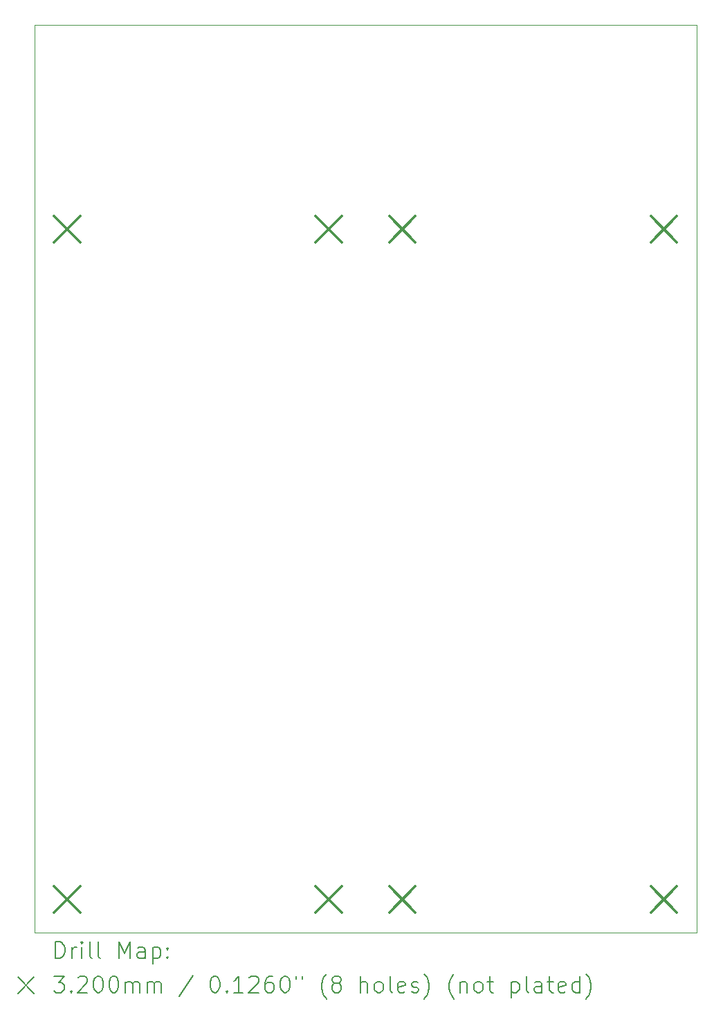
<source format=gbr>
%TF.GenerationSoftware,KiCad,Pcbnew,8.0.2-1*%
%TF.CreationDate,2024-06-17T10:00:29+02:00*%
%TF.ProjectId,7555,37353535-2e6b-4696-9361-645f70636258,rev?*%
%TF.SameCoordinates,Original*%
%TF.FileFunction,Drillmap*%
%TF.FilePolarity,Positive*%
%FSLAX45Y45*%
G04 Gerber Fmt 4.5, Leading zero omitted, Abs format (unit mm)*
G04 Created by KiCad (PCBNEW 8.0.2-1) date 2024-06-17 10:00:29*
%MOMM*%
%LPD*%
G01*
G04 APERTURE LIST*
%ADD10C,0.100000*%
%ADD11C,0.200000*%
%ADD12C,0.320000*%
G04 APERTURE END LIST*
D10*
X5000000Y-5000000D02*
X13100000Y-5000000D01*
X13100000Y-16100000D01*
X5000000Y-16100000D01*
X5000000Y-5000000D01*
D11*
D12*
X5240000Y-7340000D02*
X5560000Y-7660000D01*
X5560000Y-7340000D02*
X5240000Y-7660000D01*
X5240000Y-15540000D02*
X5560000Y-15860000D01*
X5560000Y-15540000D02*
X5240000Y-15860000D01*
X8440000Y-7340000D02*
X8760000Y-7660000D01*
X8760000Y-7340000D02*
X8440000Y-7660000D01*
X8440000Y-15540000D02*
X8760000Y-15860000D01*
X8760000Y-15540000D02*
X8440000Y-15860000D01*
X9340000Y-7340000D02*
X9660000Y-7660000D01*
X9660000Y-7340000D02*
X9340000Y-7660000D01*
X9340000Y-15540000D02*
X9660000Y-15860000D01*
X9660000Y-15540000D02*
X9340000Y-15860000D01*
X12540000Y-7340000D02*
X12860000Y-7660000D01*
X12860000Y-7340000D02*
X12540000Y-7660000D01*
X12540000Y-15540000D02*
X12860000Y-15860000D01*
X12860000Y-15540000D02*
X12540000Y-15860000D01*
D11*
X5255777Y-16416484D02*
X5255777Y-16216484D01*
X5255777Y-16216484D02*
X5303396Y-16216484D01*
X5303396Y-16216484D02*
X5331967Y-16226008D01*
X5331967Y-16226008D02*
X5351015Y-16245055D01*
X5351015Y-16245055D02*
X5360539Y-16264103D01*
X5360539Y-16264103D02*
X5370063Y-16302198D01*
X5370063Y-16302198D02*
X5370063Y-16330769D01*
X5370063Y-16330769D02*
X5360539Y-16368865D01*
X5360539Y-16368865D02*
X5351015Y-16387912D01*
X5351015Y-16387912D02*
X5331967Y-16406960D01*
X5331967Y-16406960D02*
X5303396Y-16416484D01*
X5303396Y-16416484D02*
X5255777Y-16416484D01*
X5455777Y-16416484D02*
X5455777Y-16283150D01*
X5455777Y-16321246D02*
X5465301Y-16302198D01*
X5465301Y-16302198D02*
X5474824Y-16292674D01*
X5474824Y-16292674D02*
X5493872Y-16283150D01*
X5493872Y-16283150D02*
X5512920Y-16283150D01*
X5579586Y-16416484D02*
X5579586Y-16283150D01*
X5579586Y-16216484D02*
X5570063Y-16226008D01*
X5570063Y-16226008D02*
X5579586Y-16235531D01*
X5579586Y-16235531D02*
X5589110Y-16226008D01*
X5589110Y-16226008D02*
X5579586Y-16216484D01*
X5579586Y-16216484D02*
X5579586Y-16235531D01*
X5703396Y-16416484D02*
X5684348Y-16406960D01*
X5684348Y-16406960D02*
X5674824Y-16387912D01*
X5674824Y-16387912D02*
X5674824Y-16216484D01*
X5808158Y-16416484D02*
X5789110Y-16406960D01*
X5789110Y-16406960D02*
X5779586Y-16387912D01*
X5779586Y-16387912D02*
X5779586Y-16216484D01*
X6036729Y-16416484D02*
X6036729Y-16216484D01*
X6036729Y-16216484D02*
X6103396Y-16359341D01*
X6103396Y-16359341D02*
X6170062Y-16216484D01*
X6170062Y-16216484D02*
X6170062Y-16416484D01*
X6351015Y-16416484D02*
X6351015Y-16311722D01*
X6351015Y-16311722D02*
X6341491Y-16292674D01*
X6341491Y-16292674D02*
X6322443Y-16283150D01*
X6322443Y-16283150D02*
X6284348Y-16283150D01*
X6284348Y-16283150D02*
X6265301Y-16292674D01*
X6351015Y-16406960D02*
X6331967Y-16416484D01*
X6331967Y-16416484D02*
X6284348Y-16416484D01*
X6284348Y-16416484D02*
X6265301Y-16406960D01*
X6265301Y-16406960D02*
X6255777Y-16387912D01*
X6255777Y-16387912D02*
X6255777Y-16368865D01*
X6255777Y-16368865D02*
X6265301Y-16349817D01*
X6265301Y-16349817D02*
X6284348Y-16340293D01*
X6284348Y-16340293D02*
X6331967Y-16340293D01*
X6331967Y-16340293D02*
X6351015Y-16330769D01*
X6446253Y-16283150D02*
X6446253Y-16483150D01*
X6446253Y-16292674D02*
X6465301Y-16283150D01*
X6465301Y-16283150D02*
X6503396Y-16283150D01*
X6503396Y-16283150D02*
X6522443Y-16292674D01*
X6522443Y-16292674D02*
X6531967Y-16302198D01*
X6531967Y-16302198D02*
X6541491Y-16321246D01*
X6541491Y-16321246D02*
X6541491Y-16378388D01*
X6541491Y-16378388D02*
X6531967Y-16397436D01*
X6531967Y-16397436D02*
X6522443Y-16406960D01*
X6522443Y-16406960D02*
X6503396Y-16416484D01*
X6503396Y-16416484D02*
X6465301Y-16416484D01*
X6465301Y-16416484D02*
X6446253Y-16406960D01*
X6627205Y-16397436D02*
X6636729Y-16406960D01*
X6636729Y-16406960D02*
X6627205Y-16416484D01*
X6627205Y-16416484D02*
X6617682Y-16406960D01*
X6617682Y-16406960D02*
X6627205Y-16397436D01*
X6627205Y-16397436D02*
X6627205Y-16416484D01*
X6627205Y-16292674D02*
X6636729Y-16302198D01*
X6636729Y-16302198D02*
X6627205Y-16311722D01*
X6627205Y-16311722D02*
X6617682Y-16302198D01*
X6617682Y-16302198D02*
X6627205Y-16292674D01*
X6627205Y-16292674D02*
X6627205Y-16311722D01*
X4795000Y-16645000D02*
X4995000Y-16845000D01*
X4995000Y-16645000D02*
X4795000Y-16845000D01*
X5236729Y-16636484D02*
X5360539Y-16636484D01*
X5360539Y-16636484D02*
X5293872Y-16712674D01*
X5293872Y-16712674D02*
X5322444Y-16712674D01*
X5322444Y-16712674D02*
X5341491Y-16722198D01*
X5341491Y-16722198D02*
X5351015Y-16731722D01*
X5351015Y-16731722D02*
X5360539Y-16750769D01*
X5360539Y-16750769D02*
X5360539Y-16798389D01*
X5360539Y-16798389D02*
X5351015Y-16817436D01*
X5351015Y-16817436D02*
X5341491Y-16826960D01*
X5341491Y-16826960D02*
X5322444Y-16836484D01*
X5322444Y-16836484D02*
X5265301Y-16836484D01*
X5265301Y-16836484D02*
X5246253Y-16826960D01*
X5246253Y-16826960D02*
X5236729Y-16817436D01*
X5446253Y-16817436D02*
X5455777Y-16826960D01*
X5455777Y-16826960D02*
X5446253Y-16836484D01*
X5446253Y-16836484D02*
X5436729Y-16826960D01*
X5436729Y-16826960D02*
X5446253Y-16817436D01*
X5446253Y-16817436D02*
X5446253Y-16836484D01*
X5531967Y-16655531D02*
X5541491Y-16646008D01*
X5541491Y-16646008D02*
X5560539Y-16636484D01*
X5560539Y-16636484D02*
X5608158Y-16636484D01*
X5608158Y-16636484D02*
X5627205Y-16646008D01*
X5627205Y-16646008D02*
X5636729Y-16655531D01*
X5636729Y-16655531D02*
X5646253Y-16674579D01*
X5646253Y-16674579D02*
X5646253Y-16693627D01*
X5646253Y-16693627D02*
X5636729Y-16722198D01*
X5636729Y-16722198D02*
X5522444Y-16836484D01*
X5522444Y-16836484D02*
X5646253Y-16836484D01*
X5770062Y-16636484D02*
X5789110Y-16636484D01*
X5789110Y-16636484D02*
X5808158Y-16646008D01*
X5808158Y-16646008D02*
X5817682Y-16655531D01*
X5817682Y-16655531D02*
X5827205Y-16674579D01*
X5827205Y-16674579D02*
X5836729Y-16712674D01*
X5836729Y-16712674D02*
X5836729Y-16760293D01*
X5836729Y-16760293D02*
X5827205Y-16798389D01*
X5827205Y-16798389D02*
X5817682Y-16817436D01*
X5817682Y-16817436D02*
X5808158Y-16826960D01*
X5808158Y-16826960D02*
X5789110Y-16836484D01*
X5789110Y-16836484D02*
X5770062Y-16836484D01*
X5770062Y-16836484D02*
X5751015Y-16826960D01*
X5751015Y-16826960D02*
X5741491Y-16817436D01*
X5741491Y-16817436D02*
X5731967Y-16798389D01*
X5731967Y-16798389D02*
X5722443Y-16760293D01*
X5722443Y-16760293D02*
X5722443Y-16712674D01*
X5722443Y-16712674D02*
X5731967Y-16674579D01*
X5731967Y-16674579D02*
X5741491Y-16655531D01*
X5741491Y-16655531D02*
X5751015Y-16646008D01*
X5751015Y-16646008D02*
X5770062Y-16636484D01*
X5960539Y-16636484D02*
X5979586Y-16636484D01*
X5979586Y-16636484D02*
X5998634Y-16646008D01*
X5998634Y-16646008D02*
X6008158Y-16655531D01*
X6008158Y-16655531D02*
X6017682Y-16674579D01*
X6017682Y-16674579D02*
X6027205Y-16712674D01*
X6027205Y-16712674D02*
X6027205Y-16760293D01*
X6027205Y-16760293D02*
X6017682Y-16798389D01*
X6017682Y-16798389D02*
X6008158Y-16817436D01*
X6008158Y-16817436D02*
X5998634Y-16826960D01*
X5998634Y-16826960D02*
X5979586Y-16836484D01*
X5979586Y-16836484D02*
X5960539Y-16836484D01*
X5960539Y-16836484D02*
X5941491Y-16826960D01*
X5941491Y-16826960D02*
X5931967Y-16817436D01*
X5931967Y-16817436D02*
X5922443Y-16798389D01*
X5922443Y-16798389D02*
X5912920Y-16760293D01*
X5912920Y-16760293D02*
X5912920Y-16712674D01*
X5912920Y-16712674D02*
X5922443Y-16674579D01*
X5922443Y-16674579D02*
X5931967Y-16655531D01*
X5931967Y-16655531D02*
X5941491Y-16646008D01*
X5941491Y-16646008D02*
X5960539Y-16636484D01*
X6112920Y-16836484D02*
X6112920Y-16703150D01*
X6112920Y-16722198D02*
X6122443Y-16712674D01*
X6122443Y-16712674D02*
X6141491Y-16703150D01*
X6141491Y-16703150D02*
X6170063Y-16703150D01*
X6170063Y-16703150D02*
X6189110Y-16712674D01*
X6189110Y-16712674D02*
X6198634Y-16731722D01*
X6198634Y-16731722D02*
X6198634Y-16836484D01*
X6198634Y-16731722D02*
X6208158Y-16712674D01*
X6208158Y-16712674D02*
X6227205Y-16703150D01*
X6227205Y-16703150D02*
X6255777Y-16703150D01*
X6255777Y-16703150D02*
X6274824Y-16712674D01*
X6274824Y-16712674D02*
X6284348Y-16731722D01*
X6284348Y-16731722D02*
X6284348Y-16836484D01*
X6379586Y-16836484D02*
X6379586Y-16703150D01*
X6379586Y-16722198D02*
X6389110Y-16712674D01*
X6389110Y-16712674D02*
X6408158Y-16703150D01*
X6408158Y-16703150D02*
X6436729Y-16703150D01*
X6436729Y-16703150D02*
X6455777Y-16712674D01*
X6455777Y-16712674D02*
X6465301Y-16731722D01*
X6465301Y-16731722D02*
X6465301Y-16836484D01*
X6465301Y-16731722D02*
X6474824Y-16712674D01*
X6474824Y-16712674D02*
X6493872Y-16703150D01*
X6493872Y-16703150D02*
X6522443Y-16703150D01*
X6522443Y-16703150D02*
X6541491Y-16712674D01*
X6541491Y-16712674D02*
X6551015Y-16731722D01*
X6551015Y-16731722D02*
X6551015Y-16836484D01*
X6941491Y-16626960D02*
X6770063Y-16884103D01*
X7198634Y-16636484D02*
X7217682Y-16636484D01*
X7217682Y-16636484D02*
X7236729Y-16646008D01*
X7236729Y-16646008D02*
X7246253Y-16655531D01*
X7246253Y-16655531D02*
X7255777Y-16674579D01*
X7255777Y-16674579D02*
X7265301Y-16712674D01*
X7265301Y-16712674D02*
X7265301Y-16760293D01*
X7265301Y-16760293D02*
X7255777Y-16798389D01*
X7255777Y-16798389D02*
X7246253Y-16817436D01*
X7246253Y-16817436D02*
X7236729Y-16826960D01*
X7236729Y-16826960D02*
X7217682Y-16836484D01*
X7217682Y-16836484D02*
X7198634Y-16836484D01*
X7198634Y-16836484D02*
X7179586Y-16826960D01*
X7179586Y-16826960D02*
X7170063Y-16817436D01*
X7170063Y-16817436D02*
X7160539Y-16798389D01*
X7160539Y-16798389D02*
X7151015Y-16760293D01*
X7151015Y-16760293D02*
X7151015Y-16712674D01*
X7151015Y-16712674D02*
X7160539Y-16674579D01*
X7160539Y-16674579D02*
X7170063Y-16655531D01*
X7170063Y-16655531D02*
X7179586Y-16646008D01*
X7179586Y-16646008D02*
X7198634Y-16636484D01*
X7351015Y-16817436D02*
X7360539Y-16826960D01*
X7360539Y-16826960D02*
X7351015Y-16836484D01*
X7351015Y-16836484D02*
X7341491Y-16826960D01*
X7341491Y-16826960D02*
X7351015Y-16817436D01*
X7351015Y-16817436D02*
X7351015Y-16836484D01*
X7551015Y-16836484D02*
X7436729Y-16836484D01*
X7493872Y-16836484D02*
X7493872Y-16636484D01*
X7493872Y-16636484D02*
X7474825Y-16665055D01*
X7474825Y-16665055D02*
X7455777Y-16684103D01*
X7455777Y-16684103D02*
X7436729Y-16693627D01*
X7627206Y-16655531D02*
X7636729Y-16646008D01*
X7636729Y-16646008D02*
X7655777Y-16636484D01*
X7655777Y-16636484D02*
X7703396Y-16636484D01*
X7703396Y-16636484D02*
X7722444Y-16646008D01*
X7722444Y-16646008D02*
X7731967Y-16655531D01*
X7731967Y-16655531D02*
X7741491Y-16674579D01*
X7741491Y-16674579D02*
X7741491Y-16693627D01*
X7741491Y-16693627D02*
X7731967Y-16722198D01*
X7731967Y-16722198D02*
X7617682Y-16836484D01*
X7617682Y-16836484D02*
X7741491Y-16836484D01*
X7912920Y-16636484D02*
X7874825Y-16636484D01*
X7874825Y-16636484D02*
X7855777Y-16646008D01*
X7855777Y-16646008D02*
X7846253Y-16655531D01*
X7846253Y-16655531D02*
X7827206Y-16684103D01*
X7827206Y-16684103D02*
X7817682Y-16722198D01*
X7817682Y-16722198D02*
X7817682Y-16798389D01*
X7817682Y-16798389D02*
X7827206Y-16817436D01*
X7827206Y-16817436D02*
X7836729Y-16826960D01*
X7836729Y-16826960D02*
X7855777Y-16836484D01*
X7855777Y-16836484D02*
X7893872Y-16836484D01*
X7893872Y-16836484D02*
X7912920Y-16826960D01*
X7912920Y-16826960D02*
X7922444Y-16817436D01*
X7922444Y-16817436D02*
X7931967Y-16798389D01*
X7931967Y-16798389D02*
X7931967Y-16750769D01*
X7931967Y-16750769D02*
X7922444Y-16731722D01*
X7922444Y-16731722D02*
X7912920Y-16722198D01*
X7912920Y-16722198D02*
X7893872Y-16712674D01*
X7893872Y-16712674D02*
X7855777Y-16712674D01*
X7855777Y-16712674D02*
X7836729Y-16722198D01*
X7836729Y-16722198D02*
X7827206Y-16731722D01*
X7827206Y-16731722D02*
X7817682Y-16750769D01*
X8055777Y-16636484D02*
X8074825Y-16636484D01*
X8074825Y-16636484D02*
X8093872Y-16646008D01*
X8093872Y-16646008D02*
X8103396Y-16655531D01*
X8103396Y-16655531D02*
X8112920Y-16674579D01*
X8112920Y-16674579D02*
X8122444Y-16712674D01*
X8122444Y-16712674D02*
X8122444Y-16760293D01*
X8122444Y-16760293D02*
X8112920Y-16798389D01*
X8112920Y-16798389D02*
X8103396Y-16817436D01*
X8103396Y-16817436D02*
X8093872Y-16826960D01*
X8093872Y-16826960D02*
X8074825Y-16836484D01*
X8074825Y-16836484D02*
X8055777Y-16836484D01*
X8055777Y-16836484D02*
X8036729Y-16826960D01*
X8036729Y-16826960D02*
X8027206Y-16817436D01*
X8027206Y-16817436D02*
X8017682Y-16798389D01*
X8017682Y-16798389D02*
X8008158Y-16760293D01*
X8008158Y-16760293D02*
X8008158Y-16712674D01*
X8008158Y-16712674D02*
X8017682Y-16674579D01*
X8017682Y-16674579D02*
X8027206Y-16655531D01*
X8027206Y-16655531D02*
X8036729Y-16646008D01*
X8036729Y-16646008D02*
X8055777Y-16636484D01*
X8198634Y-16636484D02*
X8198634Y-16674579D01*
X8274825Y-16636484D02*
X8274825Y-16674579D01*
X8570063Y-16912674D02*
X8560539Y-16903150D01*
X8560539Y-16903150D02*
X8541491Y-16874579D01*
X8541491Y-16874579D02*
X8531968Y-16855531D01*
X8531968Y-16855531D02*
X8522444Y-16826960D01*
X8522444Y-16826960D02*
X8512920Y-16779341D01*
X8512920Y-16779341D02*
X8512920Y-16741246D01*
X8512920Y-16741246D02*
X8522444Y-16693627D01*
X8522444Y-16693627D02*
X8531968Y-16665055D01*
X8531968Y-16665055D02*
X8541491Y-16646008D01*
X8541491Y-16646008D02*
X8560539Y-16617436D01*
X8560539Y-16617436D02*
X8570063Y-16607912D01*
X8674825Y-16722198D02*
X8655777Y-16712674D01*
X8655777Y-16712674D02*
X8646253Y-16703150D01*
X8646253Y-16703150D02*
X8636730Y-16684103D01*
X8636730Y-16684103D02*
X8636730Y-16674579D01*
X8636730Y-16674579D02*
X8646253Y-16655531D01*
X8646253Y-16655531D02*
X8655777Y-16646008D01*
X8655777Y-16646008D02*
X8674825Y-16636484D01*
X8674825Y-16636484D02*
X8712920Y-16636484D01*
X8712920Y-16636484D02*
X8731968Y-16646008D01*
X8731968Y-16646008D02*
X8741491Y-16655531D01*
X8741491Y-16655531D02*
X8751015Y-16674579D01*
X8751015Y-16674579D02*
X8751015Y-16684103D01*
X8751015Y-16684103D02*
X8741491Y-16703150D01*
X8741491Y-16703150D02*
X8731968Y-16712674D01*
X8731968Y-16712674D02*
X8712920Y-16722198D01*
X8712920Y-16722198D02*
X8674825Y-16722198D01*
X8674825Y-16722198D02*
X8655777Y-16731722D01*
X8655777Y-16731722D02*
X8646253Y-16741246D01*
X8646253Y-16741246D02*
X8636730Y-16760293D01*
X8636730Y-16760293D02*
X8636730Y-16798389D01*
X8636730Y-16798389D02*
X8646253Y-16817436D01*
X8646253Y-16817436D02*
X8655777Y-16826960D01*
X8655777Y-16826960D02*
X8674825Y-16836484D01*
X8674825Y-16836484D02*
X8712920Y-16836484D01*
X8712920Y-16836484D02*
X8731968Y-16826960D01*
X8731968Y-16826960D02*
X8741491Y-16817436D01*
X8741491Y-16817436D02*
X8751015Y-16798389D01*
X8751015Y-16798389D02*
X8751015Y-16760293D01*
X8751015Y-16760293D02*
X8741491Y-16741246D01*
X8741491Y-16741246D02*
X8731968Y-16731722D01*
X8731968Y-16731722D02*
X8712920Y-16722198D01*
X8989111Y-16836484D02*
X8989111Y-16636484D01*
X9074825Y-16836484D02*
X9074825Y-16731722D01*
X9074825Y-16731722D02*
X9065301Y-16712674D01*
X9065301Y-16712674D02*
X9046253Y-16703150D01*
X9046253Y-16703150D02*
X9017682Y-16703150D01*
X9017682Y-16703150D02*
X8998634Y-16712674D01*
X8998634Y-16712674D02*
X8989111Y-16722198D01*
X9198634Y-16836484D02*
X9179587Y-16826960D01*
X9179587Y-16826960D02*
X9170063Y-16817436D01*
X9170063Y-16817436D02*
X9160539Y-16798389D01*
X9160539Y-16798389D02*
X9160539Y-16741246D01*
X9160539Y-16741246D02*
X9170063Y-16722198D01*
X9170063Y-16722198D02*
X9179587Y-16712674D01*
X9179587Y-16712674D02*
X9198634Y-16703150D01*
X9198634Y-16703150D02*
X9227206Y-16703150D01*
X9227206Y-16703150D02*
X9246253Y-16712674D01*
X9246253Y-16712674D02*
X9255777Y-16722198D01*
X9255777Y-16722198D02*
X9265301Y-16741246D01*
X9265301Y-16741246D02*
X9265301Y-16798389D01*
X9265301Y-16798389D02*
X9255777Y-16817436D01*
X9255777Y-16817436D02*
X9246253Y-16826960D01*
X9246253Y-16826960D02*
X9227206Y-16836484D01*
X9227206Y-16836484D02*
X9198634Y-16836484D01*
X9379587Y-16836484D02*
X9360539Y-16826960D01*
X9360539Y-16826960D02*
X9351015Y-16807912D01*
X9351015Y-16807912D02*
X9351015Y-16636484D01*
X9531968Y-16826960D02*
X9512920Y-16836484D01*
X9512920Y-16836484D02*
X9474825Y-16836484D01*
X9474825Y-16836484D02*
X9455777Y-16826960D01*
X9455777Y-16826960D02*
X9446253Y-16807912D01*
X9446253Y-16807912D02*
X9446253Y-16731722D01*
X9446253Y-16731722D02*
X9455777Y-16712674D01*
X9455777Y-16712674D02*
X9474825Y-16703150D01*
X9474825Y-16703150D02*
X9512920Y-16703150D01*
X9512920Y-16703150D02*
X9531968Y-16712674D01*
X9531968Y-16712674D02*
X9541492Y-16731722D01*
X9541492Y-16731722D02*
X9541492Y-16750769D01*
X9541492Y-16750769D02*
X9446253Y-16769817D01*
X9617682Y-16826960D02*
X9636730Y-16836484D01*
X9636730Y-16836484D02*
X9674825Y-16836484D01*
X9674825Y-16836484D02*
X9693873Y-16826960D01*
X9693873Y-16826960D02*
X9703396Y-16807912D01*
X9703396Y-16807912D02*
X9703396Y-16798389D01*
X9703396Y-16798389D02*
X9693873Y-16779341D01*
X9693873Y-16779341D02*
X9674825Y-16769817D01*
X9674825Y-16769817D02*
X9646253Y-16769817D01*
X9646253Y-16769817D02*
X9627206Y-16760293D01*
X9627206Y-16760293D02*
X9617682Y-16741246D01*
X9617682Y-16741246D02*
X9617682Y-16731722D01*
X9617682Y-16731722D02*
X9627206Y-16712674D01*
X9627206Y-16712674D02*
X9646253Y-16703150D01*
X9646253Y-16703150D02*
X9674825Y-16703150D01*
X9674825Y-16703150D02*
X9693873Y-16712674D01*
X9770063Y-16912674D02*
X9779587Y-16903150D01*
X9779587Y-16903150D02*
X9798634Y-16874579D01*
X9798634Y-16874579D02*
X9808158Y-16855531D01*
X9808158Y-16855531D02*
X9817682Y-16826960D01*
X9817682Y-16826960D02*
X9827206Y-16779341D01*
X9827206Y-16779341D02*
X9827206Y-16741246D01*
X9827206Y-16741246D02*
X9817682Y-16693627D01*
X9817682Y-16693627D02*
X9808158Y-16665055D01*
X9808158Y-16665055D02*
X9798634Y-16646008D01*
X9798634Y-16646008D02*
X9779587Y-16617436D01*
X9779587Y-16617436D02*
X9770063Y-16607912D01*
X10131968Y-16912674D02*
X10122444Y-16903150D01*
X10122444Y-16903150D02*
X10103396Y-16874579D01*
X10103396Y-16874579D02*
X10093873Y-16855531D01*
X10093873Y-16855531D02*
X10084349Y-16826960D01*
X10084349Y-16826960D02*
X10074825Y-16779341D01*
X10074825Y-16779341D02*
X10074825Y-16741246D01*
X10074825Y-16741246D02*
X10084349Y-16693627D01*
X10084349Y-16693627D02*
X10093873Y-16665055D01*
X10093873Y-16665055D02*
X10103396Y-16646008D01*
X10103396Y-16646008D02*
X10122444Y-16617436D01*
X10122444Y-16617436D02*
X10131968Y-16607912D01*
X10208158Y-16703150D02*
X10208158Y-16836484D01*
X10208158Y-16722198D02*
X10217682Y-16712674D01*
X10217682Y-16712674D02*
X10236730Y-16703150D01*
X10236730Y-16703150D02*
X10265301Y-16703150D01*
X10265301Y-16703150D02*
X10284349Y-16712674D01*
X10284349Y-16712674D02*
X10293873Y-16731722D01*
X10293873Y-16731722D02*
X10293873Y-16836484D01*
X10417682Y-16836484D02*
X10398634Y-16826960D01*
X10398634Y-16826960D02*
X10389111Y-16817436D01*
X10389111Y-16817436D02*
X10379587Y-16798389D01*
X10379587Y-16798389D02*
X10379587Y-16741246D01*
X10379587Y-16741246D02*
X10389111Y-16722198D01*
X10389111Y-16722198D02*
X10398634Y-16712674D01*
X10398634Y-16712674D02*
X10417682Y-16703150D01*
X10417682Y-16703150D02*
X10446254Y-16703150D01*
X10446254Y-16703150D02*
X10465301Y-16712674D01*
X10465301Y-16712674D02*
X10474825Y-16722198D01*
X10474825Y-16722198D02*
X10484349Y-16741246D01*
X10484349Y-16741246D02*
X10484349Y-16798389D01*
X10484349Y-16798389D02*
X10474825Y-16817436D01*
X10474825Y-16817436D02*
X10465301Y-16826960D01*
X10465301Y-16826960D02*
X10446254Y-16836484D01*
X10446254Y-16836484D02*
X10417682Y-16836484D01*
X10541492Y-16703150D02*
X10617682Y-16703150D01*
X10570063Y-16636484D02*
X10570063Y-16807912D01*
X10570063Y-16807912D02*
X10579587Y-16826960D01*
X10579587Y-16826960D02*
X10598634Y-16836484D01*
X10598634Y-16836484D02*
X10617682Y-16836484D01*
X10836730Y-16703150D02*
X10836730Y-16903150D01*
X10836730Y-16712674D02*
X10855777Y-16703150D01*
X10855777Y-16703150D02*
X10893873Y-16703150D01*
X10893873Y-16703150D02*
X10912920Y-16712674D01*
X10912920Y-16712674D02*
X10922444Y-16722198D01*
X10922444Y-16722198D02*
X10931968Y-16741246D01*
X10931968Y-16741246D02*
X10931968Y-16798389D01*
X10931968Y-16798389D02*
X10922444Y-16817436D01*
X10922444Y-16817436D02*
X10912920Y-16826960D01*
X10912920Y-16826960D02*
X10893873Y-16836484D01*
X10893873Y-16836484D02*
X10855777Y-16836484D01*
X10855777Y-16836484D02*
X10836730Y-16826960D01*
X11046254Y-16836484D02*
X11027206Y-16826960D01*
X11027206Y-16826960D02*
X11017682Y-16807912D01*
X11017682Y-16807912D02*
X11017682Y-16636484D01*
X11208158Y-16836484D02*
X11208158Y-16731722D01*
X11208158Y-16731722D02*
X11198634Y-16712674D01*
X11198634Y-16712674D02*
X11179587Y-16703150D01*
X11179587Y-16703150D02*
X11141492Y-16703150D01*
X11141492Y-16703150D02*
X11122444Y-16712674D01*
X11208158Y-16826960D02*
X11189111Y-16836484D01*
X11189111Y-16836484D02*
X11141492Y-16836484D01*
X11141492Y-16836484D02*
X11122444Y-16826960D01*
X11122444Y-16826960D02*
X11112920Y-16807912D01*
X11112920Y-16807912D02*
X11112920Y-16788865D01*
X11112920Y-16788865D02*
X11122444Y-16769817D01*
X11122444Y-16769817D02*
X11141492Y-16760293D01*
X11141492Y-16760293D02*
X11189111Y-16760293D01*
X11189111Y-16760293D02*
X11208158Y-16750769D01*
X11274825Y-16703150D02*
X11351015Y-16703150D01*
X11303396Y-16636484D02*
X11303396Y-16807912D01*
X11303396Y-16807912D02*
X11312920Y-16826960D01*
X11312920Y-16826960D02*
X11331968Y-16836484D01*
X11331968Y-16836484D02*
X11351015Y-16836484D01*
X11493873Y-16826960D02*
X11474825Y-16836484D01*
X11474825Y-16836484D02*
X11436730Y-16836484D01*
X11436730Y-16836484D02*
X11417682Y-16826960D01*
X11417682Y-16826960D02*
X11408158Y-16807912D01*
X11408158Y-16807912D02*
X11408158Y-16731722D01*
X11408158Y-16731722D02*
X11417682Y-16712674D01*
X11417682Y-16712674D02*
X11436730Y-16703150D01*
X11436730Y-16703150D02*
X11474825Y-16703150D01*
X11474825Y-16703150D02*
X11493873Y-16712674D01*
X11493873Y-16712674D02*
X11503396Y-16731722D01*
X11503396Y-16731722D02*
X11503396Y-16750769D01*
X11503396Y-16750769D02*
X11408158Y-16769817D01*
X11674825Y-16836484D02*
X11674825Y-16636484D01*
X11674825Y-16826960D02*
X11655777Y-16836484D01*
X11655777Y-16836484D02*
X11617682Y-16836484D01*
X11617682Y-16836484D02*
X11598634Y-16826960D01*
X11598634Y-16826960D02*
X11589111Y-16817436D01*
X11589111Y-16817436D02*
X11579587Y-16798389D01*
X11579587Y-16798389D02*
X11579587Y-16741246D01*
X11579587Y-16741246D02*
X11589111Y-16722198D01*
X11589111Y-16722198D02*
X11598634Y-16712674D01*
X11598634Y-16712674D02*
X11617682Y-16703150D01*
X11617682Y-16703150D02*
X11655777Y-16703150D01*
X11655777Y-16703150D02*
X11674825Y-16712674D01*
X11751015Y-16912674D02*
X11760539Y-16903150D01*
X11760539Y-16903150D02*
X11779587Y-16874579D01*
X11779587Y-16874579D02*
X11789111Y-16855531D01*
X11789111Y-16855531D02*
X11798634Y-16826960D01*
X11798634Y-16826960D02*
X11808158Y-16779341D01*
X11808158Y-16779341D02*
X11808158Y-16741246D01*
X11808158Y-16741246D02*
X11798634Y-16693627D01*
X11798634Y-16693627D02*
X11789111Y-16665055D01*
X11789111Y-16665055D02*
X11779587Y-16646008D01*
X11779587Y-16646008D02*
X11760539Y-16617436D01*
X11760539Y-16617436D02*
X11751015Y-16607912D01*
M02*

</source>
